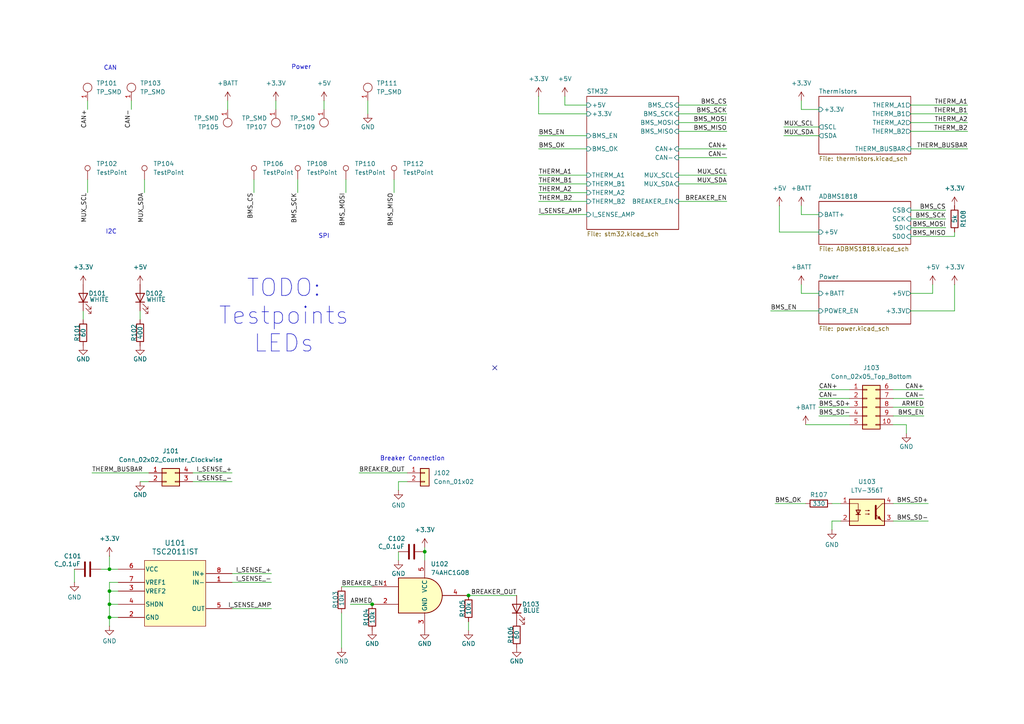
<source format=kicad_sch>
(kicad_sch (version 20250114) (generator "eeschema") (generator_version "9.0")
  (paper "A4")
  (lib_symbols
    (symbol "+5V_1" (power) (pin_numbers (hide yes)) (pin_names (offset 0) (hide yes))
      (property "Value" "+5V" (at 0 3.556 0))
      (symbol "+5V_1_0_1"
        (polyline (pts (xy -0.762 1.27) (xy 0 2.54)))
        (polyline (pts (xy 0 2.54) (xy 0.762 1.27)))
        (polyline (pts (xy 0 0) (xy 0 2.54)))
      )
      (symbol "+5V_1_1_1"
        (pin power_in line (at 0 0 90) (length 0) (name "~") (number "1"))
      )
    )
    (symbol "74xGxx:74AHC1G08"
      (property "Reference" "U" (at -2.54 3.81 0))
      (property "Value" "74AHC1G08" (at 0 -3.81 0))
      (symbol "74AHC1G08_0_1"
        (arc (start 0 5.08) (mid 5.0579 0) (end 0 -5.08) (stroke (width 0.254)) (fill (type background)))
        (polyline (pts (xy 0 -5.08) (xy -7.62 -5.08) (xy -7.62 5.08) (xy 0 5.08)) (stroke (width 0.254)) (fill (type background)))
      )
      (symbol "74AHC1G08_1_1"
        (pin input line (at -15.24 2.54 0) (length 7.62) (name "~") (number "1"))
        (pin input line (at -15.24 -2.54 0) (length 7.62) (name "~") (number "2"))
        (pin power_in line (at 0 10.16 270) (length 5.08) (name "VCC") (number "5"))
        (pin power_in line (at 0 -10.16 90) (length 5.08) (name "GND") (number "3"))
        (pin output line (at 12.7 0 180) (length 7.62) (name "~") (number "4"))
      )
    )
    (symbol "Connector:TestPoint" (pin_numbers (hide yes)) (pin_names (offset 0.762) (hide yes))
      (property "Reference" "TP" (at 0 6.858 0))
      (property "Value" "TestPoint" (at 0 5.08 0))
      (symbol "TestPoint_0_1"
        (circle (center 0 3.302) (radius 0.762))
      )
      (symbol "TestPoint_1_1"
        (pin passive line (at 0 0 90) (length 2.54) (name "1") (number "1"))
      )
    )
    (symbol "Connector_Generic:Conn_01x02" (pin_names (offset 1.016) (hide yes))
      (property "Reference" "J" (at 0 2.54 0))
      (property "Value" "Conn_01x02" (at 0 -5.08 0))
      (symbol "Conn_01x02_1_1"
        (rectangle (start -1.27 1.27) (end 1.27 -3.81) (stroke (width 0.254)) (fill (type background)))
        (rectangle (start -1.27 0.127) (end 0 -0.127) (stroke (width 0.1524)))
        (rectangle (start -1.27 -2.413) (end 0 -2.667) (stroke (width 0.1524)))
        (pin passive line (at -5.08 0 0) (length 3.81) (name "Pin_1") (number "1"))
        (pin passive line (at -5.08 -2.54 0) (length 3.81) (name "Pin_2") (number "2"))
      )
    )
    (symbol "Connector_Generic:Conn_02x02_Counter_Clockwise" (pin_names (offset 1.016) (hide yes))
      (property "Reference" "J" (at 1.27 2.54 0))
      (property "Value" "Conn_02x02_Counter_Clockwise" (at 1.27 -5.08 0))
      (symbol "Conn_02x02_Counter_Clockwise_1_1"
        (rectangle (start -1.27 1.27) (end 3.81 -3.81) (stroke (width 0.254)) (fill (type background)))
        (rectangle (start -1.27 0.127) (end 0 -0.127) (stroke (width 0.1524)))
        (rectangle (start -1.27 -2.413) (end 0 -2.667) (stroke (width 0.1524)))
        (rectangle (start 3.81 0.127) (end 2.54 -0.127) (stroke (width 0.1524)))
        (rectangle (start 3.81 -2.413) (end 2.54 -2.667) (stroke (width 0.1524)))
        (pin passive line (at -5.08 0 0) (length 3.81) (name "Pin_1") (number "1"))
        (pin passive line (at -5.08 -2.54 0) (length 3.81) (name "Pin_2") (number "2"))
        (pin passive line (at 7.62 0 180) (length 3.81) (name "Pin_4") (number "4"))
        (pin passive line (at 7.62 -2.54 180) (length 3.81) (name "Pin_3") (number "3"))
      )
    )
    (symbol "Connector_Generic:Conn_02x05_Top_Bottom" (pin_names (offset 1.016) (hide yes))
      (property "Reference" "J" (at 1.27 7.62 0))
      (property "Value" "Conn_02x05_Top_Bottom" (at 1.27 -7.62 0))
      (symbol "Conn_02x05_Top_Bottom_1_1"
        (rectangle (start -1.27 6.35) (end 3.81 -6.35) (stroke (width 0.254)) (fill (type background)))
        (rectangle (start -1.27 5.207) (end 0 4.953) (stroke (width 0.1524)))
        (rectangle (start -1.27 2.667) (end 0 2.413) (stroke (width 0.1524)))
        (rectangle (start -1.27 0.127) (end 0 -0.127) (stroke (width 0.1524)))
        (rectangle (start -1.27 -2.413) (end 0 -2.667) (stroke (width 0.1524)))
        (rectangle (start -1.27 -4.953) (end 0 -5.207) (stroke (width 0.1524)))
        (rectangle (start 3.81 5.207) (end 2.54 4.953) (stroke (width 0.1524)))
        (rectangle (start 3.81 2.667) (end 2.54 2.413) (stroke (width 0.1524)))
        (rectangle (start 3.81 0.127) (end 2.54 -0.127) (stroke (width 0.1524)))
        (rectangle (start 3.81 -2.413) (end 2.54 -2.667) (stroke (width 0.1524)))
        (rectangle (start 3.81 -4.953) (end 2.54 -5.207) (stroke (width 0.1524)))
        (pin passive line (at -5.08 5.08 0) (length 3.81) (name "Pin_1") (number "1"))
        (pin passive line (at -5.08 2.54 0) (length 3.81) (name "Pin_2") (number "2"))
        (pin passive line (at -5.08 0 0) (length 3.81) (name "Pin_3") (number "3"))
        (pin passive line (at -5.08 -2.54 0) (length 3.81) (name "Pin_4") (number "4"))
        (pin passive line (at -5.08 -5.08 0) (length 3.81) (name "Pin_5") (number "5"))
        (pin passive line (at 7.62 5.08 180) (length 3.81) (name "Pin_6") (number "6"))
        (pin passive line (at 7.62 2.54 180) (length 3.81) (name "Pin_7") (number "7"))
        (pin passive line (at 7.62 0 180) (length 3.81) (name "Pin_8") (number "8"))
        (pin passive line (at 7.62 -2.54 180) (length 3.81) (name "Pin_9") (number "9"))
        (pin passive line (at 7.62 -5.08 180) (length 3.81) (name "Pin_10") (number "10"))
      )
    )
    (symbol "Device:LED" (pin_numbers (hide yes)) (pin_names (offset 1.016) (hide yes))
      (property "Reference" "D" (at 0 2.54 0))
      (property "Value" "LED" (at 0 -2.54 0))
      (symbol "LED_0_1"
        (polyline (pts (xy -3.048 -0.762) (xy -4.572 -2.286) (xy -3.81 -2.286) (xy -4.572 -2.286) (xy -4.572 -1.524)))
        (polyline (pts (xy -1.778 -0.762) (xy -3.302 -2.286) (xy -2.54 -2.286) (xy -3.302 -2.286) (xy -3.302 -1.524)))
        (polyline (pts (xy -1.27 0) (xy 1.27 0)))
        (polyline (pts (xy -1.27 -1.27) (xy -1.27 1.27)) (stroke (width 0.254)))
        (polyline (pts (xy 1.27 -1.27) (xy 1.27 1.27) (xy -1.27 0) (xy 1.27 -1.27)) (stroke (width 0.254)))
      )
      (symbol "LED_1_1"
        (pin passive line (at -3.81 0 0) (length 2.54) (name "K") (number "1"))
        (pin passive line (at 3.81 0 180) (length 2.54) (name "A") (number "2"))
      )
    )
    (symbol "Device:R" (pin_numbers (hide yes)) (pin_names (offset 0))
      (property "Reference" "R" (at 2.032 0 90))
      (property "Value" "R" (at 0 0 90))
      (symbol "R_0_1"
        (rectangle (start -1.016 -2.54) (end 1.016 2.54) (stroke (width 0.254)))
      )
      (symbol "R_1_1"
        (pin passive line (at 0 3.81 270) (length 1.27) (name "~") (number "1"))
        (pin passive line (at 0 -3.81 90) (length 1.27) (name "~") (number "2"))
      )
    )
    (symbol "GND_4" (power) (pin_numbers (hide yes)) (pin_names (offset 0) (hide yes))
      (property "Value" "GND" (at 0 -3.81 0))
      (symbol "GND_4_0_1"
        (polyline (pts (xy 0 0) (xy 0 -1.27) (xy 1.27 -1.27) (xy 0 -2.54) (xy -1.27 -1.27) (xy 0 -1.27)))
      )
      (symbol "GND_4_1_1"
        (pin power_in line (at 0 0 270) (length 0) (name "~") (number "1"))
      )
    )
    (symbol "Isolator:LTV-356T" (pin_names (offset 1.016))
      (property "Reference" "U" (at -5.334 4.826 0))
      (property "Value" "LTV-356T" (at 0 5.08 0))
      (symbol "LTV-356T_0_1"
        (rectangle (start -5.08 3.81) (end 5.08 -3.81) (stroke (width 0.254)) (fill (type background)))
        (polyline (pts (xy -5.08 2.54) (xy -2.54 2.54) (xy -2.54 -0.762)))
        (polyline (pts (xy -3.175 -0.635) (xy -1.905 -0.635)) (stroke (width 0.254)))
        (polyline (pts (xy -2.54 -0.635) (xy -2.54 -2.54) (xy -5.08 -2.54)))
        (polyline (pts (xy -2.54 -0.635) (xy -3.175 0.635) (xy -1.905 0.635) (xy -2.54 -0.635)) (stroke (width 0.254)))
        (polyline (pts (xy -0.508 0.508) (xy 0.762 0.508) (xy 0.381 0.381) (xy 0.381 0.635) (xy 0.762 0.508)))
        (polyline (pts (xy -0.508 -0.508) (xy 0.762 -0.508) (xy 0.381 -0.635) (xy 0.381 -0.381) (xy 0.762 -0.508)))
        (polyline (pts (xy 2.54 1.905) (xy 2.54 -1.905) (xy 2.54 -1.905)) (stroke (width 0.508)))
        (polyline (pts (xy 2.54 0.635) (xy 4.445 2.54)))
        (polyline (pts (xy 3.048 -1.651) (xy 3.556 -1.143) (xy 4.064 -2.159) (xy 3.048 -1.651) (xy 3.048 -1.651)) (fill (type outline)))
        (polyline (pts (xy 4.445 2.54) (xy 5.08 2.54)))
        (polyline (pts (xy 4.445 -2.54) (xy 2.54 -0.635)) (fill (type outline)))
        (polyline (pts (xy 4.445 -2.54) (xy 5.08 -2.54)))
      )
      (symbol "LTV-356T_1_1"
        (pin passive line (at -7.62 2.54 0) (length 2.54) (name "~") (number "1"))
        (pin passive line (at -7.62 -2.54 0) (length 2.54) (name "~") (number "2"))
        (pin passive line (at 7.62 2.54 180) (length 2.54) (name "~") (number "4"))
        (pin passive line (at 7.62 -2.54 180) (length 2.54) (name "~") (number "3"))
      )
    )
    (symbol "OEM:0u1F" (pin_numbers (hide yes)) (pin_names (offset 0.254))
      (property "Reference" "C" (at 0.635 2.54 0))
      (property "Value" "0u1F" (at 0.635 -2.54 0))
      (symbol "0u1F_0_1"
        (polyline (pts (xy -2.032 0.762) (xy 2.032 0.762)) (stroke (width 0.508)))
        (polyline (pts (xy -2.032 -0.762) (xy 2.032 -0.762)) (stroke (width 0.508)))
      )
      (symbol "0u1F_1_1"
        (pin passive line (at 0 3.81 270) (length 2.794) (name "~") (number "1"))
        (pin passive line (at 0 -3.81 90) (length 2.794) (name "~") (number "2"))
      )
    )
    (symbol "OEM:1KR" (pin_numbers (hide yes)) (pin_names (offset 0))
      (property "Reference" "R" (at 2.032 0 90))
      (property "Value" "1KR" (at 0 0 90))
      (symbol "1KR_0_1"
        (rectangle (start -1.016 -2.54) (end 1.016 2.54) (stroke (width 0.254)))
      )
      (symbol "1KR_1_1"
        (pin passive line (at 0 3.81 270) (length 1.27) (name "~") (number "1"))
        (pin passive line (at 0 -3.81 90) (length 1.27) (name "~") (number "2"))
      )
    )
    (symbol "OlinBAD:TSC2011IST" (pin_names (offset 0.254))
      (property "Reference" "U" (at 0.508 13.208 0))
      (property "Value" "TSC2011IST" (at -0.254 10.414 0))
      (symbol "TSC2011IST_0_1"
        (pin power_in line (at -16.51 6.35 0) (length 7.62) (name "VCC") (number "6"))
        (pin power_in line (at -16.51 2.54 0) (length 7.62) (name "VREF1") (number "7"))
        (pin power_in line (at -16.51 0 0) (length 7.62) (name "VREF2") (number "3"))
        (pin unspecified line (at -16.51 -3.81 0) (length 7.62) (name "SHDN") (number "4"))
        (pin power_out line (at -16.51 -7.62 0) (length 7.62) (name "GND") (number "2"))
        (pin input line (at 16.51 5.08 180) (length 7.62) (name "IN+") (number "8"))
        (pin input line (at 16.51 2.54 180) (length 7.62) (name "IN-") (number "1"))
        (pin output line (at 16.51 -5.08 180) (length 7.62) (name "OUT") (number "5"))
      )
      (symbol "TSC2011IST_1_1"
        (rectangle (start -8.89 8.89) (end 8.89 -10.16) (fill (type background)))
      )
    )
    (symbol "formula:TP_SMD" (pin_names (offset 1.016))
      (property "Reference" "TP" (at 0 7.62 0))
      (property "Value" "TP_SMD" (at 1.27 5.08 0))
      (symbol "TP_SMD_1_1"
        (circle (center 0 2.54) (radius 1.27))
        (pin input line (at 0 -1.27 90) (length 2.54) (name "~") (number "1"))
      )
    )
    (symbol "power:+3.3V" (power) (pin_numbers (hide yes)) (pin_names (offset 0) (hide yes))
      (property "Value" "+3.3V" (at 0 3.556 0))
      (symbol "+3.3V_0_1"
        (polyline (pts (xy -0.762 1.27) (xy 0 2.54)))
        (polyline (pts (xy 0 2.54) (xy 0.762 1.27)))
        (polyline (pts (xy 0 0) (xy 0 2.54)))
      )
      (symbol "+3.3V_1_1"
        (pin power_in line (at 0 0 90) (length 0) (name "~") (number "1"))
      )
    )
    (symbol "power:+BATT" (power) (pin_numbers (hide yes)) (pin_names (offset 0) (hide yes))
      (property "Value" "+BATT" (at 0 3.556 0))
      (symbol "+BATT_0_1"
        (polyline (pts (xy -0.762 1.27) (xy 0 2.54)))
        (polyline (pts (xy 0 2.54) (xy 0.762 1.27)))
        (polyline (pts (xy 0 0) (xy 0 2.54)))
      )
      (symbol "+BATT_1_1"
        (pin power_in line (at 0 0 90) (length 0) (name "~") (number "1"))
      )
    )
    (symbol "power:GND" (power) (pin_names (offset 0))
      (property "Value" "GND" (at 0 -3.81 0))
      (symbol "GND_0_1"
        (polyline (pts (xy 0 0) (xy 0 -1.27) (xy 1.27 -1.27) (xy 0 -2.54) (xy -1.27 -1.27) (xy 0 -1.27)))
      )
      (symbol "GND_1_1"
        (pin power_in line (at 0 0 270) (length 0) (hide yes) (name "GND") (number "1"))
      )
    )
  )
  (text "I2C\n" (at 32.258 67.31 0) (effects (font (size 1.27 1.27))))
  (text "CAN\n" (at 32.004 19.812 0) (effects (font (size 1.27 1.27))))
  (text "TODO:\nTestpoints\nLEDs\n" (at 82.296 91.694 0) (effects (font (size 5 5))))
  (text "SPI" (at 93.98 68.58 0) (effects (font (size 1.27 1.27))))
  (text "Breaker Connection" (at 119.634 133.096 0) (effects (font (size 1.27 1.27))))
  (text "Power" (at 87.376 19.558 0) (effects (font (size 1.27 1.27))))
  (junction (at 135.89 172.72))
  (junction (at 31.75 175.26))
  (junction (at 31.75 171.45))
  (junction (at 31.75 179.07))
  (junction (at 123.19 160.02))
  (junction (at 107.95 175.26))
  (junction (at 31.75 165.1))
  (no_connect (at 143.51 106.68))
  (wire (pts (xy 31.75 179.07) (xy 34.29 179.07)))
  (wire (pts (xy 259.08 120.65) (xy 267.97 120.65)))
  (wire (pts (xy 196.85 58.42) (xy 210.82 58.42)))
  (wire (pts (xy 232.41 31.75) (xy 237.49 31.75)))
  (wire (pts (xy 163.83 27.94) (xy 163.83 30.48)))
  (wire (pts (xy 31.75 168.91) (xy 31.75 171.45)))
  (wire (pts (xy 135.89 180.34) (xy 135.89 182.88)))
  (wire (pts (xy 223.52 90.17) (xy 237.49 90.17)))
  (wire (pts (xy 232.41 29.21) (xy 232.41 31.75)))
  (wire (pts (xy 40.64 90.17) (xy 40.64 92.71)))
  (wire (pts (xy 101.6 175.26) (xy 107.95 175.26)))
  (wire (pts (xy 264.16 38.1) (xy 280.67 38.1)))
  (wire (pts (xy 226.06 67.31) (xy 226.06 59.69)))
  (wire (pts (xy 25.4 29.21) (xy 25.4 31.75)))
  (wire (pts (xy 31.75 165.1) (xy 34.29 165.1)))
  (wire (pts (xy 237.49 120.65) (xy 246.38 120.65)))
  (wire (pts (xy 34.29 168.91) (xy 31.75 168.91)))
  (wire (pts (xy 156.21 39.37) (xy 170.18 39.37)))
  (wire (pts (xy 241.3 146.05) (xy 243.84 146.05)))
  (wire (pts (xy 259.08 123.19) (xy 262.89 123.19)))
  (wire (pts (xy 196.85 30.48) (xy 210.82 30.48)))
  (wire (pts (xy 224.79 146.05) (xy 233.68 146.05)))
  (wire (pts (xy 123.19 160.02) (xy 123.19 162.56)))
  (wire (pts (xy 241.3 151.13) (xy 241.3 153.67)))
  (wire (pts (xy 156.21 62.23) (xy 170.18 62.23)))
  (wire (pts (xy 276.86 90.17) (xy 276.86 82.55)))
  (wire (pts (xy 196.85 50.8) (xy 210.82 50.8)))
  (wire (pts (xy 40.64 139.7) (xy 43.18 139.7)))
  (wire (pts (xy 67.31 166.37) (xy 78.74 166.37)))
  (wire (pts (xy 29.21 165.1) (xy 31.75 165.1)))
  (wire (pts (xy 55.88 139.7) (xy 67.31 139.7)))
  (wire (pts (xy 196.85 38.1) (xy 210.82 38.1)))
  (wire (pts (xy 163.83 30.48) (xy 170.18 30.48)))
  (wire (pts (xy 232.41 62.23) (xy 232.41 59.69)))
  (wire (pts (xy 31.75 171.45) (xy 31.75 175.26)))
  (wire (pts (xy 24.13 90.17) (xy 24.13 92.71)))
  (wire (pts (xy 259.08 146.05) (xy 269.24 146.05)))
  (wire (pts (xy 267.97 115.57) (xy 259.08 115.57)))
  (wire (pts (xy 270.51 85.09) (xy 270.51 82.55)))
  (wire (pts (xy 123.19 158.75) (xy 123.19 160.02)))
  (wire (pts (xy 264.16 68.58) (xy 276.86 68.58)))
  (wire (pts (xy 269.24 151.13) (xy 259.08 151.13)))
  (wire (pts (xy 196.85 53.34) (xy 210.82 53.34)))
  (wire (pts (xy 66.04 31.75) (xy 66.04 29.21)))
  (wire (pts (xy 264.16 90.17) (xy 276.86 90.17)))
  (wire (pts (xy 67.31 176.53) (xy 78.74 176.53)))
  (wire (pts (xy 267.97 118.11) (xy 259.08 118.11)))
  (wire (pts (xy 267.97 113.03) (xy 259.08 113.03)))
  (wire (pts (xy 31.75 161.29) (xy 31.75 165.1)))
  (wire (pts (xy 276.86 67.31) (xy 276.86 68.58)))
  (wire (pts (xy 170.18 55.88) (xy 156.21 55.88)))
  (wire (pts (xy 104.14 137.16) (xy 118.11 137.16)))
  (wire (pts (xy 80.01 31.75) (xy 80.01 29.21)))
  (wire (pts (xy 170.18 58.42) (xy 156.21 58.42)))
  (wire (pts (xy 227.33 39.37) (xy 237.49 39.37)))
  (wire (pts (xy 41.91 52.07) (xy 41.91 55.88)))
  (wire (pts (xy 106.68 29.21) (xy 106.68 33.02)))
  (wire (pts (xy 264.16 66.04) (xy 274.32 66.04)))
  (wire (pts (xy 170.18 53.34) (xy 156.21 53.34)))
  (wire (pts (xy 99.06 177.8) (xy 99.06 187.96)))
  (wire (pts (xy 114.3 52.07) (xy 114.3 55.88)))
  (wire (pts (xy 73.66 52.07) (xy 73.66 55.88)))
  (wire (pts (xy 196.85 43.18) (xy 210.82 43.18)))
  (wire (pts (xy 237.49 113.03) (xy 246.38 113.03)))
  (wire (pts (xy 115.57 142.24) (xy 115.57 139.7)))
  (wire (pts (xy 237.49 118.11) (xy 246.38 118.11)))
  (wire (pts (xy 237.49 115.57) (xy 246.38 115.57)))
  (wire (pts (xy 31.75 181.61) (xy 31.75 179.07)))
  (wire (pts (xy 170.18 50.8) (xy 156.21 50.8)))
  (wire (pts (xy 25.4 52.07) (xy 25.4 55.88)))
  (wire (pts (xy 156.21 33.02) (xy 170.18 33.02)))
  (wire (pts (xy 264.16 35.56) (xy 280.67 35.56)))
  (wire (pts (xy 135.89 172.72) (xy 149.86 172.72)))
  (wire (pts (xy 86.36 52.07) (xy 86.36 55.88)))
  (wire (pts (xy 21.59 165.1) (xy 21.59 168.91)))
  (wire (pts (xy 227.33 36.83) (xy 237.49 36.83)))
  (wire (pts (xy 115.57 139.7) (xy 118.11 139.7)))
  (wire (pts (xy 232.41 85.09) (xy 232.41 82.55)))
  (wire (pts (xy 93.98 31.75) (xy 93.98 29.21)))
  (wire (pts (xy 156.21 43.18) (xy 170.18 43.18)))
  (wire (pts (xy 115.57 160.02) (xy 115.57 162.56)))
  (wire (pts (xy 264.16 63.5) (xy 274.32 63.5)))
  (wire (pts (xy 241.3 151.13) (xy 243.84 151.13)))
  (wire (pts (xy 26.67 137.16) (xy 43.18 137.16)))
  (wire (pts (xy 100.33 52.07) (xy 100.33 55.88)))
  (wire (pts (xy 264.16 85.09) (xy 270.51 85.09)))
  (wire (pts (xy 233.68 123.19) (xy 246.38 123.19)))
  (wire (pts (xy 196.85 33.02) (xy 210.82 33.02)))
  (wire (pts (xy 31.75 175.26) (xy 34.29 175.26)))
  (wire (pts (xy 38.1 29.21) (xy 38.1 31.75)))
  (wire (pts (xy 67.31 168.91) (xy 78.74 168.91)))
  (wire (pts (xy 55.88 137.16) (xy 67.31 137.16)))
  (wire (pts (xy 34.29 171.45) (xy 31.75 171.45)))
  (wire (pts (xy 264.16 60.96) (xy 274.32 60.96)))
  (wire (pts (xy 196.85 45.72) (xy 210.82 45.72)))
  (wire (pts (xy 196.85 35.56) (xy 210.82 35.56)))
  (wire (pts (xy 237.49 85.09) (xy 232.41 85.09)))
  (wire (pts (xy 237.49 62.23) (xy 232.41 62.23)))
  (wire (pts (xy 99.06 170.18) (xy 107.95 170.18)))
  (wire (pts (xy 264.16 30.48) (xy 280.67 30.48)))
  (wire (pts (xy 264.16 33.02) (xy 280.67 33.02)))
  (wire (pts (xy 237.49 67.31) (xy 226.06 67.31)))
  (wire (pts (xy 156.21 27.94) (xy 156.21 33.02)))
  (wire (pts (xy 262.89 123.19) (xy 262.89 125.73)))
  (wire (pts (xy 264.16 43.18) (xy 280.67 43.18)))
  (wire (pts (xy 31.75 175.26) (xy 31.75 179.07)))
  (label "BMS_EN" (at 223.52 90.17 0))
  (label "BMS_MISO" (at 210.82 38.1 180))
  (label "THERM_BUSBAR" (at 280.67 43.18 180))
  (label "BMS_CS" (at 274.32 60.96 180))
  (label "BMS_EN" (at 267.97 120.65 180))
  (label "MUX_SDA" (at 210.82 53.34 180))
  (label "CAN+" (at 237.49 113.03 0))
  (label "BREAKER_OUT" (at 104.14 137.16 0))
  (label "BREAKER_EN" (at 210.82 58.42 180))
  (label "I_SENSE_-" (at 78.74 168.91 180))
  (label "THERM_B1" (at 156.21 53.34 0))
  (label "THERM_B1" (at 280.67 33.02 180))
  (label "CAN+" (at 267.97 113.03 180))
  (label "BMS_MISO" (at 114.3 55.88 270))
  (label "CAN-" (at 267.97 115.57 180))
  (label "BMS_OK" (at 156.21 43.18 0))
  (label "BMS_MOSI" (at 274.32 66.04 180))
  (label "ARMED" (at 101.6 175.26 0))
  (label "BMS_CS" (at 210.82 30.48 180))
  (label "CAN-" (at 38.1 31.75 270))
  (label "ARMED" (at 267.97 118.11 180))
  (label "BREAKER_OUT" (at 149.86 172.72 180))
  (label "CAN+" (at 210.82 43.18 180))
  (label "MUX_SCL" (at 227.33 36.83 0))
  (label "BMS_OK" (at 224.79 146.05 0))
  (label "THERM_A1" (at 156.21 50.8 0))
  (label "I_SENSE_+" (at 67.31 137.16 180))
  (label "BMS_SD-" (at 269.24 151.13 180))
  (label "THERM_A2" (at 156.21 55.88 0))
  (label "BMS_SCK" (at 210.82 33.02 180))
  (label "MUX_SCL" (at 210.82 50.8 180))
  (label "BMS_MISO" (at 274.32 68.58 180))
  (label "BREAKER_EN" (at 99.06 170.18 0))
  (label "BMS_SD+" (at 237.49 118.11 0))
  (label "THERM_A1" (at 280.67 30.48 180))
  (label "BMS_SCK" (at 86.36 55.88 270))
  (label "BMS_SD+" (at 269.24 146.05 180))
  (label "MUX_SDA" (at 227.33 39.37 0))
  (label "THERM_B2" (at 280.67 38.1 180))
  (label "CAN-" (at 237.49 115.57 0))
  (label "I_SENSE_-" (at 67.31 139.7 180))
  (label "CAN+" (at 25.4 31.75 270))
  (label "BMS_MOSI" (at 100.33 55.88 270))
  (label "BMS_SD-" (at 237.49 120.65 0))
  (label "THERM_B2" (at 156.21 58.42 0))
  (label "THERM_BUSBAR" (at 26.67 137.16 0))
  (label "THERM_A2" (at 280.67 35.56 180))
  (label "MUX_SDA" (at 41.91 55.88 270))
  (label "BMS_CS" (at 73.66 55.88 270))
  (label "BMS_SCK" (at 274.32 63.5 180))
  (label "BMS_EN" (at 156.21 39.37 0))
  (label "MUX_SCL" (at 25.4 55.88 270))
  (label "I_SENSE_+" (at 78.74 166.37 180))
  (label "BMS_MOSI" (at 210.82 35.56 180))
  (label "I_SENSE_AMP" (at 78.74 176.53 180))
  (label "I_SENSE_AMP" (at 156.21 62.23 0))
  (label "CAN-" (at 210.82 45.72 180))
  (symbol (lib_id "74xGxx:74AHC1G08") (at 123.19 172.72 0) (unit 1)
    (property "Reference" "U102" (at 127.508 163.576 0))
    (property "Value" "74AHC1G08" (at 130.556 166.116 0))
    (property "Footprint" "OEM:SOT-23-5" (effects (hide yes)))
    (property "Datasheet" "http://www.ti.com/lit/sg/scyt129e/scyt129e.pdf" (effects (hide yes)))
    (property "Description" "Single AND Gate, Low-Voltage CMOS" (effects (hide yes)))
  )
  (symbol (lib_id "power:GND") (at 149.86 187.96 0) (unit 1)
    (property "Reference" "#PWR0120" (effects (hide yes)))
    (property "Value" "GND" (at 149.86 191.77 0))
  )
  (symbol (lib_id "Device:LED") (at 149.86 176.53 90) (unit 1)
    (property "Reference" "D103" (at 151.384 175.26 90) (effects (justify right)))
    (property "Value" "BLUE" (at 151.638 177.038 90) (effects (justify right)))
    (property "Footprint" "LED_SMD:LED_0805_2012Metric" (effects (hide yes)))
    (property "Description" "Light emitting diode" (effects (hide yes)))
  )
  (symbol (lib_id "power:+BATT") (at 232.41 59.69 0) (unit 1)
    (property "Reference" "#PWR0125" (effects (hide yes)))
    (property "Value" "+BATT" (at 232.41 54.61 0))
    (property "Description" "Power symbol creates a global label with name \"+BATT\"" (effects (hide yes)))
  )
  (symbol (lib_name "+5V_1") (lib_id "power:+5V") (at 93.98 29.21 0) (unit 1)
    (property "Reference" "#PWR0111" (effects (hide yes)))
    (property "Value" "+5V" (at 93.98 24.13 0))
    (property "Description" "Power symbol creates a global label with name \"+5V\"" (effects (hide yes)))
  )
  (symbol (lib_id "power:+3.3V") (at 24.13 82.55 0) (unit 1)
    (property "Reference" "#PWR0102" (effects (hide yes)))
    (property "Value" "+3.3V" (at 24.13 77.47 0))
    (property "Description" "Power symbol creates a global label with name \"+3.3V\"" (effects (hide yes)))
  )
  (symbol (lib_id "power:+BATT") (at 233.68 123.19 0) (unit 1)
    (property "Reference" "#PWR0127" (effects (hide yes)))
    (property "Value" "+BATT" (at 233.68 118.11 0))
    (property "Description" "Power symbol creates a global label with name \"+BATT\"" (effects (hide yes)))
  )
  (symbol (lib_name "GND_4") (lib_id "power:GND") (at 241.3 153.67 0) (unit 1)
    (property "Reference" "#PWR0128" (effects (hide yes)))
    (property "Value" "GND" (at 241.3 157.988 0))
    (property "Description" "Power symbol creates a global label with name \"GND\" , ground" (effects (hide yes)))
  )
  (symbol (lib_id "Device:R") (at 149.86 184.15 180) (unit 1)
    (property "Reference" "R106" (at 148.082 184.15 90))
    (property "Value" "60" (at 149.86 184.15 90))
    (property "Footprint" "Resistor_SMD:R_0603_1608Metric" (effects (hide yes)))
    (property "Description" "Resistor" (effects (hide yes)))
  )
  (symbol (lib_id "power:GND") (at 107.95 182.88 0) (unit 1)
    (property "Reference" "#PWR0114" (effects (hide yes)))
    (property "Value" "GND" (at 107.95 186.69 0))
  )
  (symbol (lib_id "Connector:TestPoint") (at 25.4 52.07 0) (unit 1)
    (property "Reference" "TP102" (at 27.94 47.4979 0) (effects (justify left)))
    (property "Value" "TestPoint" (at 27.94 50.0379 0) (effects (justify left)))
    (property "Footprint" "TestPoint:TestPoint_Pad_1.0x1.0mm" (effects (hide yes)))
    (property "Description" "test point" (effects (hide yes)))
  )
  (symbol (lib_id "power:GND") (at 115.57 162.56 0) (unit 1)
    (property "Reference" "#PWR0116" (effects (hide yes)))
    (property "Value" "GND" (at 115.57 166.37 0))
  )
  (symbol (lib_id "formula:TP_SMD") (at 38.1 27.94 0) (unit 1)
    (property "Reference" "TP103" (at 40.64 24.1299 0) (effects (justify left)))
    (property "Value" "TP_SMD" (at 40.64 26.6699 0) (effects (justify left)))
    (property "Footprint" "TestPoint:TestPoint_Keystone_5019_Miniature" (effects (hide yes)))
    (property "Description" "test point SMD hook" (effects (hide yes)))
    (property "MPN" "5019" (effects (hide yes)))
    (property "MFN" "Keystone" (effects (hide yes)))
    (property "DKPN" "36-5019TR-ND" (effects (hide yes)))
    (property "NewDesigns" "YES" (effects (hide yes)))
    (property "Stocked" "Reel" (effects (hide yes)))
    (property "Package" "Custom" (effects (hide yes)))
    (property "Style" "SMD" (effects (hide yes)))
  )
  (symbol (lib_id "OEM:0u1F") (at 119.38 160.02 90) (unit 1)
    (property "Reference" "C102" (at 117.602 156.21 90) (effects (justify left)))
    (property "Value" "C_0.1uF" (at 117.348 158.496 90) (effects (justify left)))
    (property "Footprint" "OEM:C_0603_1608Metric" (effects (hide yes)))
    (property "Datasheet" "http://datasheets.avx.com/X7RDielectric.pdf" (effects (hide yes)))
    (property "MPN" "478-3352-1-ND" (effects (hide yes)))
    (property "MFN" "Digi-Key" (effects (hide yes)))
    (property "Package" "Value" (effects (hide yes)))
    (property "DKPN" "1276-1935-2-ND" (effects (hide yes)))
    (property "Stocked" "Reel" (effects (hide yes)))
    (property "NewDesigns" "YES" (effects (hide yes)))
    (property "Style" "SMD" (effects (hide yes)))
  )
  (symbol (lib_name "GND_4") (lib_id "power:GND") (at 115.57 142.24 0) (unit 1)
    (property "Reference" "#PWR0115" (effects (hide yes)))
    (property "Value" "GND" (at 115.57 146.558 0))
    (property "Description" "Power symbol creates a global label with name \"GND\" , ground" (effects (hide yes)))
  )
  (symbol (lib_id "Connector_Generic:Conn_01x02") (at 123.19 137.16 0) (unit 1)
    (property "Reference" "J102" (at 125.73 137.1599 0) (effects (justify left)))
    (property "Value" "Conn_01x02" (at 125.73 139.6999 0) (effects (justify left)))
    (property "Footprint" "Connector_Molex:Molex_Nano-Fit_105313-xx02_1x02_P2.50mm_Horizontal" (effects (hide yes)))
    (property "Description" "Generic connector, single row, 01x02, script generated (kicad-library-utils/schlib/autogen/connector/)" (effects (hide yes)))
  )
  (symbol (lib_id "power:+BATT") (at 66.04 29.21 0) (unit 1)
    (property "Reference" "#PWR0109" (effects (hide yes)))
    (property "Value" "+BATT" (at 66.04 24.13 0))
    (property "Description" "Power symbol creates a global label with name \"+BATT\"" (effects (hide yes)))
  )
  (symbol (lib_id "Connector_Generic:Conn_02x02_Counter_Clockwise") (at 48.26 137.16 0) (unit 1)
    (property "Reference" "J101" (at 49.53 130.81 0))
    (property "Value" "Conn_02x02_Counter_Clockwise" (at 49.53 133.35 0))
    (property "Footprint" "Connector_Molex:Molex_Micro-Fit_3.0_43045-0400_2x02_P3.00mm_Horizontal" (effects (hide yes)))
    (property "Description" "Generic connector, double row, 02x02, counter clockwise pin numbering scheme (similar to DIP package numbering), script generated (kicad-library-utils/schlib/autogen/connector/)" (effects (hide yes)))
  )
  (symbol (lib_id "Connector:TestPoint") (at 41.91 52.07 0) (unit 1)
    (property "Reference" "TP104" (at 44.45 47.4979 0) (effects (justify left)))
    (property "Value" "TestPoint" (at 44.45 50.0379 0) (effects (justify left)))
    (property "Footprint" "TestPoint:TestPoint_Pad_1.0x1.0mm" (effects (hide yes)))
    (property "Description" "test point" (effects (hide yes)))
  )
  (symbol (lib_id "formula:TP_SMD") (at 80.01 33.02 180) (unit 1)
    (property "Reference" "TP107" (at 77.47 36.8301 0) (effects (justify left)))
    (property "Value" "TP_SMD" (at 77.47 34.2901 0) (effects (justify left)))
    (property "Footprint" "TestPoint:TestPoint_Keystone_5019_Miniature" (effects (hide yes)))
    (property "Description" "test point SMD hook" (effects (hide yes)))
    (property "MPN" "5019" (effects (hide yes)))
    (property "MFN" "Keystone" (effects (hide yes)))
    (property "DKPN" "36-5019TR-ND" (effects (hide yes)))
    (property "NewDesigns" "YES" (effects (hide yes)))
    (property "Stocked" "Reel" (effects (hide yes)))
    (property "Package" "Custom" (effects (hide yes)))
    (property "Style" "SMD" (effects (hide yes)))
  )
  (symbol (lib_name "+5V_1") (lib_id "power:+5V") (at 226.06 59.69 0) (unit 1)
    (property "Reference" "#PWR0123" (effects (hide yes)))
    (property "Value" "+5V" (at 226.06 54.61 0))
    (property "Description" "Power symbol creates a global label with name \"+5V\"" (effects (hide yes)))
  )
  (symbol (lib_id "Device:R") (at 99.06 173.99 180) (unit 1)
    (property "Reference" "R103" (at 97.282 173.99 90))
    (property "Value" "10k" (at 99.06 173.99 90))
    (property "Footprint" "Resistor_SMD:R_0603_1608Metric" (effects (hide yes)))
    (property "Description" "Resistor" (effects (hide yes)))
  )
  (symbol (lib_id "power:+3.3V") (at 232.41 29.21 0) (unit 1)
    (property "Reference" "#PWR0124" (effects (hide yes)))
    (property "Value" "+3.3V" (at 232.41 24.13 0))
    (property "Description" "Power symbol creates a global label with name \"+3.3V\"" (effects (hide yes)))
  )
  (symbol (lib_id "Connector:TestPoint") (at 86.36 52.07 0) (unit 1)
    (property "Reference" "TP108" (at 88.9 47.4979 0) (effects (justify left)))
    (property "Value" "TestPoint" (at 88.9 50.0379 0) (effects (justify left)))
    (property "Footprint" "TestPoint:TestPoint_Pad_1.0x1.0mm" (effects (hide yes)))
    (property "Description" "test point" (effects (hide yes)))
  )
  (symbol (lib_id "power:+3.3V") (at 80.01 29.21 0) (unit 1)
    (property "Reference" "#PWR0110" (effects (hide yes)))
    (property "Value" "+3.3V" (at 80.01 24.13 0))
    (property "Description" "Power symbol creates a global label with name \"+3.3V\"" (effects (hide yes)))
  )
  (symbol (lib_id "Device:LED") (at 40.64 86.36 90) (unit 1)
    (property "Reference" "D102" (at 42.164 85.09 90) (effects (justify right)))
    (property "Value" "WHITE" (at 42.418 86.868 90) (effects (justify right)))
    (property "Footprint" "LED_SMD:LED_0805_2012Metric" (effects (hide yes)))
    (property "Description" "Light emitting diode" (effects (hide yes)))
  )
  (symbol (lib_id "Connector:TestPoint") (at 73.66 52.07 0) (unit 1)
    (property "Reference" "TP106" (at 76.2 47.4979 0) (effects (justify left)))
    (property "Value" "TestPoint" (at 76.2 50.0379 0) (effects (justify left)))
    (property "Footprint" "TestPoint:TestPoint_Pad_1.0x1.0mm" (effects (hide yes)))
    (property "Description" "test point" (effects (hide yes)))
  )
  (symbol (lib_id "OlinBAD:TSC2011IST") (at 50.8 171.45 0) (unit 1)
    (property "Reference" "U101" (at 50.8 157.48 0) (effects (font (size 1.524 1.524))))
    (property "Value" "TSC2011IST" (at 50.8 160.02 0) (effects (font (size 1.524 1.524))))
    (property "Footprint" "BAD_LIB:SO_011IST_STM-M" (effects (hide yes)))
    (property "Datasheet" "https://www.st.com/resource/en/datasheet/tsc2010.pdf" (effects (hide yes)))
  )
  (symbol (lib_id "power:GND") (at 106.68 33.02 0) (unit 1)
    (property "Reference" "#PWR0113" (effects (hide yes)))
    (property "Value" "GND" (at 106.68 36.83 0))
  )
  (symbol (lib_id "power:+3.3V") (at 156.21 27.94 0) (unit 1)
    (property "Reference" "#PWR0121" (effects (hide yes)))
    (property "Value" "+3.3V" (at 156.21 22.86 0))
    (property "Description" "Power symbol creates a global label with name \"+3.3V\"" (effects (hide yes)))
  )
  (symbol (lib_name "GND_4") (lib_id "power:GND") (at 21.59 168.91 0) (unit 1)
    (property "Reference" "#PWR0101" (effects (hide yes)))
    (property "Value" "GND" (at 21.59 173.228 0))
    (property "Description" "Power symbol creates a global label with name \"GND\" , ground" (effects (hide yes)))
  )
  (symbol (lib_id "OEM:1KR") (at 276.86 63.5 0) (unit 1)
    (property "Reference" "R108" (at 279.4 63.5 90))
    (property "Value" "5k" (at 276.86 63.5 90))
    (property "Footprint" "OEM:R_0603_1608Metric" (effects (hide yes)))
    (property "Datasheet" "${OEM_DIR}/parts/datasheets/stackpole_RMCF_RMCP.pdf" (effects (hide yes)))
    (property "MFN" "Stackpole Electronics" (effects (hide yes)))
    (property "MPN" "RMCF0603FT1K00" (effects (hide yes)))
    (property "DKPN" "RMCF0603FT1K00TR-ND" (effects (hide yes)))
    (property "NewDesigns" "YES" (effects (hide yes)))
    (property "Stocked" "Reel" (effects (hide yes)))
    (property "Package" "0603" (effects (hide yes)))
    (property "Style" "SMD" (effects (hide yes)))
  )
  (symbol (lib_id "power:GND") (at 262.89 125.73 0) (unit 1)
    (property "Reference" "#PWR0129" (effects (hide yes)))
    (property "Value" "GND" (at 262.89 129.54 0))
  )
  (symbol (lib_name "+5V_1") (lib_id "power:+5V") (at 40.64 82.55 0) (unit 1)
    (property "Reference" "#PWR0106" (effects (hide yes)))
    (property "Value" "+5V" (at 40.64 77.47 0))
    (property "Description" "Power symbol creates a global label with name \"+5V\"" (effects (hide yes)))
  )
  (symbol (lib_name "+5V_1") (lib_id "power:+5V") (at 270.51 82.55 0) (unit 1)
    (property "Reference" "#PWR0130" (effects (hide yes)))
    (property "Value" "+5V" (at 270.51 77.47 0))
    (property "Description" "Power symbol creates a global label with name \"+5V\"" (effects (hide yes)))
  )
  (symbol (lib_id "formula:TP_SMD") (at 106.68 27.94 0) (unit 1)
    (property "Reference" "TP111" (at 109.22 24.1299 0) (effects (justify left)))
    (property "Value" "TP_SMD" (at 109.22 26.6699 0) (effects (justify left)))
    (property "Footprint" "TestPoint:TestPoint_Keystone_5019_Miniature" (effects (hide yes)))
    (property "Description" "test point SMD hook" (effects (hide yes)))
    (property "MPN" "5019" (effects (hide yes)))
    (property "MFN" "Keystone" (effects (hide yes)))
    (property "DKPN" "36-5019TR-ND" (effects (hide yes)))
    (property "NewDesigns" "YES" (effects (hide yes)))
    (property "Stocked" "Reel" (effects (hide yes)))
    (property "Package" "Custom" (effects (hide yes)))
    (property "Style" "SMD" (effects (hide yes)))
  )
  (symbol (lib_id "power:GND") (at 135.89 182.88 0) (unit 1)
    (property "Reference" "#PWR0119" (effects (hide yes)))
    (property "Value" "GND" (at 135.89 186.69 0))
  )
  (symbol (lib_id "Isolator:LTV-356T") (at 251.46 148.59 0) (unit 1)
    (property "Reference" "U103" (at 251.46 139.7 0))
    (property "Value" "LTV-356T" (at 251.46 142.24 0))
    (property "Footprint" "Package_SO:SO-4_4.4x3.6mm_P2.54mm" (effects (hide yes)))
    (property "Datasheet" "http://optoelectronics.liteon.com/upload/download/DS70-2001-010/LTV-356T%20series%20Rev.P.PDF" (effects (hide yes)))
    (property "Description" "DC Optocoupler, Vce 80V, CTR 50%, SO-4" (effects (hide yes)))
  )
  (symbol (lib_id "formula:TP_SMD") (at 66.04 33.02 180) (unit 1)
    (property "Reference" "TP105" (at 63.5 36.8301 0) (effects (justify left)))
    (property "Value" "TP_SMD" (at 63.5 34.2901 0) (effects (justify left)))
    (property "Footprint" "TestPoint:TestPoint_Keystone_5019_Miniature" (effects (hide yes)))
    (property "Description" "test point SMD hook" (effects (hide yes)))
    (property "MPN" "5019" (effects (hide yes)))
    (property "MFN" "Keystone" (effects (hide yes)))
    (property "DKPN" "36-5019TR-ND" (effects (hide yes)))
    (property "NewDesigns" "YES" (effects (hide yes)))
    (property "Stocked" "Reel" (effects (hide yes)))
    (property "Package" "Custom" (effects (hide yes)))
    (property "Style" "SMD" (effects (hide yes)))
  )
  (symbol (lib_id "formula:TP_SMD") (at 25.4 27.94 0) (unit 1)
    (property "Reference" "TP101" (at 27.94 24.1299 0) (effects (justify left)))
    (property "Value" "TP_SMD" (at 27.94 26.6699 0) (effects (justify left)))
    (property "Footprint" "TestPoint:TestPoint_Keystone_5019_Miniature" (effects (hide yes)))
    (property "Description" "test point SMD hook" (effects (hide yes)))
    (property "MPN" "5019" (effects (hide yes)))
    (property "MFN" "Keystone" (effects (hide yes)))
    (property "DKPN" "36-5019TR-ND" (effects (hide yes)))
    (property "NewDesigns" "YES" (effects (hide yes)))
    (property "Stocked" "Reel" (effects (hide yes)))
    (property "Package" "Custom" (effects (hide yes)))
    (property "Style" "SMD" (effects (hide yes)))
  )
  (symbol (lib_id "Connector_Generic:Conn_02x05_Top_Bottom") (at 251.46 118.11 0) (unit 1)
    (property "Reference" "J103" (at 252.73 106.68 0))
    (property "Value" "Conn_02x05_Top_Bottom" (at 252.73 109.22 0))
    (property "Footprint" "Connector_Molex:Molex_Micro-Fit_3.0_43045-1000_2x05_P3.00mm_Horizontal" (effects (hide yes)))
    (property "Description" "Generic connector, double row, 02x05, top/bottom pin numbering scheme (row 1: 1...pins_per_row, row2: pins_per_row+1 ... num_pins), script generated (kicad-library-utils/schlib/autogen/connector/)" (effects (hide yes)))
  )
  (symbol (lib_id "Device:R") (at 40.64 96.52 180) (unit 1)
    (property "Reference" "R102" (at 38.862 96.52 90))
    (property "Value" "400" (at 40.64 96.52 90))
    (property "Footprint" "Resistor_SMD:R_0603_1608Metric" (effects (hide yes)))
    (property "Description" "Resistor" (effects (hide yes)))
  )
  (symbol (lib_id "formula:TP_SMD") (at 93.98 33.02 180) (unit 1)
    (property "Reference" "TP109" (at 91.44 36.8301 0) (effects (justify left)))
    (property "Value" "TP_SMD" (at 91.44 34.2901 0) (effects (justify left)))
    (property "Footprint" "TestPoint:TestPoint_Keystone_5019_Miniature" (effects (hide yes)))
    (property "Description" "test point SMD hook" (effects (hide yes)))
    (property "MPN" "5019" (effects (hide yes)))
    (property "MFN" "Keystone" (effects (hide yes)))
    (property "DKPN" "36-5019TR-ND" (effects (hide yes)))
    (property "NewDesigns" "YES" (effects (hide yes)))
    (property "Stocked" "Reel" (effects (hide yes)))
    (property "Package" "Custom" (effects (hide yes)))
    (property "Style" "SMD" (effects (hide yes)))
  )
  (symbol (lib_id "Device:R") (at 107.95 179.07 180) (unit 1)
    (property "Reference" "R104" (at 106.172 179.07 90))
    (property "Value" "10k" (at 107.95 179.07 90))
    (property "Footprint" "Resistor_SMD:R_0603_1608Metric" (effects (hide yes)))
    (property "Description" "Resistor" (effects (hide yes)))
  )
  (symbol (lib_id "OEM:0u1F") (at 25.4 165.1 90) (unit 1)
    (property "Reference" "C101" (at 23.622 161.29 90) (effects (justify left)))
    (property "Value" "C_0.1uF" (at 23.368 163.576 90) (effects (justify left)))
    (property "Footprint" "OEM:C_0603_1608Metric" (effects (hide yes)))
    (property "Datasheet" "http://datasheets.avx.com/X7RDielectric.pdf" (effects (hide yes)))
    (property "MPN" "478-3352-1-ND" (effects (hide yes)))
    (property "MFN" "Digi-Key" (effects (hide yes)))
    (property "Package" "Value" (effects (hide yes)))
    (property "DKPN" "1276-1935-2-ND" (effects (hide yes)))
    (property "Stocked" "Reel" (effects (hide yes)))
    (property "NewDesigns" "YES" (effects (hide yes)))
    (property "Style" "SMD" (effects (hide yes)))
  )
  (symbol (lib_id "Device:LED") (at 24.13 86.36 90) (unit 1)
    (property "Reference" "D101" (at 25.654 85.09 90) (effects (justify right)))
    (property "Value" "WHITE" (at 25.908 86.868 90) (effects (justify right)))
    (property "Footprint" "LED_SMD:LED_0805_2012Metric" (effects (hide yes)))
    (property "Description" "Light emitting diode" (effects (hide yes)))
  )
  (symbol (lib_id "power:GND") (at 123.19 182.88 0) (unit 1)
    (property "Reference" "#PWR0118" (effects (hide yes)))
    (property "Value" "GND" (at 123.19 186.69 0))
  )
  (symbol (lib_id "Device:R") (at 135.89 176.53 180) (unit 1)
    (property "Reference" "R105" (at 134.112 176.53 90))
    (property "Value" "10k" (at 135.89 176.53 90))
    (property "Footprint" "Resistor_SMD:R_0603_1608Metric" (effects (hide yes)))
    (property "Description" "Resistor" (effects (hide yes)))
  )
  (symbol (lib_id "OEM:1KR") (at 237.49 146.05 90) (unit 1)
    (property "Reference" "R107" (at 237.49 143.51 90))
    (property "Value" "330" (at 237.49 146.05 90))
    (property "Footprint" "OEM:R_0603_1608Metric" (effects (hide yes)))
    (property "Datasheet" "${OEM_DIR}/parts/datasheets/stackpole_RMCF_RMCP.pdf" (effects (hide yes)))
    (property "MFN" "Stackpole Electronics" (effects (hide yes)))
    (property "MPN" "RMCF0603FT1K00" (effects (hide yes)))
    (property "DKPN" "RMCF0603FT1K00TR-ND" (effects (hide yes)))
    (property "NewDesigns" "YES" (effects (hide yes)))
    (property "Stocked" "Reel" (effects (hide yes)))
    (property "Package" "0603" (effects (hide yes)))
    (property "Style" "SMD" (effects (hide yes)))
  )
  (symbol (lib_id "power:+3.3V") (at 276.86 82.55 0) (unit 1)
    (property "Reference" "#PWR0132" (effects (hide yes)))
    (property "Value" "+3.3V" (at 276.86 77.47 0))
    (property "Description" "Power symbol creates a global label with name \"+3.3V\"" (effects (hide yes)))
  )
  (symbol (lib_id "power:GND") (at 40.64 100.33 0) (unit 1)
    (property "Reference" "#PWR0107" (effects (hide yes)))
    (property "Value" "GND" (at 40.64 104.14 0))
  )
  (symbol (lib_name "GND_4") (lib_id "power:GND") (at 31.75 181.61 0) (unit 1)
    (property "Reference" "#PWR0105" (effects (hide yes)))
    (property "Value" "GND" (at 31.75 185.928 0))
    (property "Description" "Power symbol creates a global label with name \"GND\" , ground" (effects (hide yes)))
  )
  (symbol (lib_id "power:GND") (at 40.64 139.7 0) (unit 1)
    (property "Reference" "#PWR0108" (effects (hide yes)))
    (property "Value" "GND" (at 40.64 143.51 0))
  )
  (symbol (lib_id "power:+3.3V") (at 123.19 158.75 0) (unit 1)
    (property "Reference" "#PWR0117" (effects (hide yes)))
    (property "Value" "+3.3V" (at 123.19 153.67 0))
    (property "Description" "Power symbol creates a global label with name \"+3.3V\"" (effects (hide yes)))
  )
  (symbol (lib_id "power:+3.3V") (at 276.86 59.69 0) (unit 1)
    (property "Reference" "#PWR0131" (effects (hide yes)))
    (property "Value" "+3.3V" (at 276.86 54.61 0))
    (property "Description" "Power symbol creates a global label with name \"+3.3V\"" (effects (hide yes)))
  )
  (symbol (lib_id "Device:R") (at 24.13 96.52 180) (unit 1)
    (property "Reference" "R101" (at 22.352 96.52 90))
    (property "Value" "60" (at 24.13 96.52 90))
    (property "Footprint" "Resistor_SMD:R_0603_1608Metric" (effects (hide yes)))
    (property "Description" "Resistor" (effects (hide yes)))
  )
  (symbol (lib_id "Connector:TestPoint") (at 100.33 52.07 0) (unit 1)
    (property "Reference" "TP110" (at 102.87 47.4979 0) (effects (justify left)))
    (property "Value" "TestPoint" (at 102.87 50.0379 0) (effects (justify left)))
    (property "Footprint" "TestPoint:TestPoint_Pad_1.0x1.0mm" (effects (hide yes)))
    (property "Description" "test point" (effects (hide yes)))
  )
  (symbol (lib_id "power:+3.3V") (at 31.75 161.29 0) (unit 1)
    (property "Reference" "#PWR0104" (effects (hide yes)))
    (property "Value" "+3.3V" (at 31.75 156.21 0))
    (property "Description" "Power symbol creates a global label with name \"+3.3V\"" (effects (hide yes)))
  )
  (symbol (lib_id "power:GND") (at 99.06 187.96 0) (unit 1)
    (property "Reference" "#PWR0112" (effects (hide yes)))
    (property "Value" "GND" (at 99.06 191.77 0))
  )
  (symbol (lib_name "+5V_1") (lib_id "power:+5V") (at 163.83 27.94 0) (unit 1)
    (property "Reference" "#PWR0122" (effects (hide yes)))
    (property "Value" "+5V" (at 163.83 22.86 0))
    (property "Description" "Power symbol creates a global label with name \"+5V\"" (effects (hide yes)))
  )
  (symbol (lib_id "power:+BATT") (at 232.41 82.55 0) (unit 1)
    (property "Reference" "#PWR0126" (effects (hide yes)))
    (property "Value" "+BATT" (at 232.41 77.47 0))
    (property "Description" "Power symbol creates a global label with name \"+BATT\"" (effects (hide yes)))
  )
  (symbol (lib_id "power:GND") (at 24.13 100.33 0) (unit 1)
    (property "Reference" "#PWR0103" (effects (hide yes)))
    (property "Value" "GND" (at 24.13 104.14 0))
  )
  (symbol (lib_id "Connector:TestPoint") (at 114.3 52.07 0) (unit 1)
    (property "Reference" "TP112" (at 116.84 47.4979 0) (effects (justify left)))
    (property "Value" "TestPoint" (at 116.84 50.0379 0) (effects (justify left)))
    (property "Footprint" "TestPoint:TestPoint_Pad_1.0x1.0mm" (effects (hide yes)))
    (property "Description" "test point" (effects (hide yes)))
  )
  (sheet (at 237.49 27.94) (size 26.67 16.764) (stroke (width 0.1524))
    (property "Sheetname" "Thermistors" (at 237.49 27.2284 0) (effects (justify left bottom)))
    (property "Sheetfile" "thermistors.kicad_sch" (at 237.49 45.2886 0) (effects (justify left top)))
    (pin "+3.3V" input (at 237.49 31.75 180))
    (pin "SCL" output (at 237.49 36.83 180))
    (pin "SDA" output (at 237.49 39.37 180))
    (pin "THERM_A1" output (at 264.16 30.48 0))
    (pin "THERM_B1" output (at 264.16 33.02 0))
    (pin "THERM_BUSBAR" input (at 264.16 43.18 0))
    (pin "THERM_A2" output (at 264.16 35.56 0))
    (pin "THERM_B2" output (at 264.16 38.1 0))
  )
  (sheet (at 237.49 58.42) (size 26.67 12.446) (stroke (width 0.1524))
    (property "Sheetname" "ADBMS1818" (at 237.49 57.7084 0) (effects (justify left bottom)))
    (property "Sheetfile" "ADBMS1818.kicad_sch" (at 237.49 71.4506 0) (effects (justify left top)))
    (pin "+5V" input (at 237.49 67.31 180))
    (pin "BATT+" input (at 237.49 62.23 180))
    (pin "CSB" input (at 264.16 60.96 0))
    (pin "SCK" input (at 264.16 63.5 0))
    (pin "SDI" input (at 264.16 66.04 0))
    (pin "SDO" input (at 264.16 68.58 0))
  )
  (sheet (at 237.49 81.534) (size 26.67 12.446) (stroke (width 0.1524))
    (property "Sheetname" "Power" (at 237.49 81.026 0) (effects (justify left bottom)))
    (property "Sheetfile" "power.kicad_sch" (at 237.49 94.5646 0) (effects (justify left top)))
    (pin "+3.3V" output (at 264.16 90.17 0))
    (pin "+5V" output (at 264.16 85.09 0))
    (pin "+BATT" input (at 237.49 85.09 180))
    (pin "POWER_EN" input (at 237.49 90.17 180))
  )
  (sheet (at 170.18 27.94) (size 26.67 38.608) (stroke (width 0.1524))
    (property "Sheetname" "STM32" (at 170.18 27.2284 0) (effects (justify left bottom)))
    (property "Sheetfile" "stm32.kicad_sch" (at 170.18 67.1326 0) (effects (justify left top)))
    (pin "+3.3V" input (at 170.18 33.02 180))
    (pin "+5V" input (at 170.18 30.48 180))
    (pin "BMS_CS" input (at 196.85 30.48 0))
    (pin "BMS_EN" input (at 170.18 39.37 180))
    (pin "BMS_MISO" input (at 196.85 38.1 0))
    (pin "BMS_MOSI" input (at 196.85 35.56 0))
    (pin "BMS_SCK" input (at 196.85 33.02 0))
    (pin "CAN+" input (at 196.85 43.18 0))
    (pin "CAN-" input (at 196.85 45.72 0))
    (pin "MUX_SCL" input (at 196.85 50.8 0))
    (pin "MUX_SDA" input (at 196.85 53.34 0))
    (pin "THERM_A1" input (at 170.18 50.8 180))
    (pin "THERM_A2" input (at 170.18 55.88 180))
    (pin "THERM_B1" input (at 170.18 53.34 180))
    (pin "THERM_B2" input (at 170.18 58.42 180))
    (pin "BMS_OK" input (at 170.18 43.18 180))
    (pin "BREAKER_EN" input (at 196.85 58.42 0))
    (pin "I_SENSE_AMP" input (at 170.18 62.23 180))
  )
)
</source>
